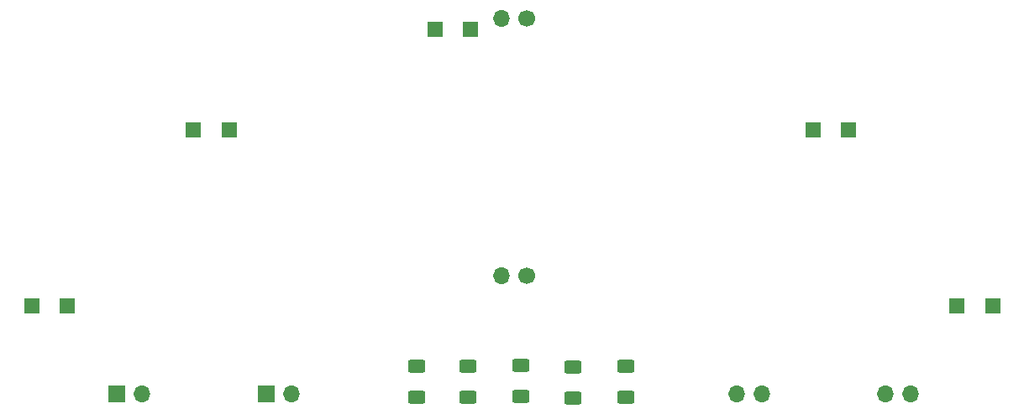
<source format=gbs>
%TF.GenerationSoftware,KiCad,Pcbnew,(6.0.4-0)*%
%TF.CreationDate,2022-04-25T17:13:00-04:00*%
%TF.ProjectId,sky_base,736b795f-6261-4736-952e-6b696361645f,rev?*%
%TF.SameCoordinates,Original*%
%TF.FileFunction,Soldermask,Bot*%
%TF.FilePolarity,Negative*%
%FSLAX46Y46*%
G04 Gerber Fmt 4.6, Leading zero omitted, Abs format (unit mm)*
G04 Created by KiCad (PCBNEW (6.0.4-0)) date 2022-04-25 17:13:00*
%MOMM*%
%LPD*%
G01*
G04 APERTURE LIST*
G04 Aperture macros list*
%AMRoundRect*
0 Rectangle with rounded corners*
0 $1 Rounding radius*
0 $2 $3 $4 $5 $6 $7 $8 $9 X,Y pos of 4 corners*
0 Add a 4 corners polygon primitive as box body*
4,1,4,$2,$3,$4,$5,$6,$7,$8,$9,$2,$3,0*
0 Add four circle primitives for the rounded corners*
1,1,$1+$1,$2,$3*
1,1,$1+$1,$4,$5*
1,1,$1+$1,$6,$7*
1,1,$1+$1,$8,$9*
0 Add four rect primitives between the rounded corners*
20,1,$1+$1,$2,$3,$4,$5,0*
20,1,$1+$1,$4,$5,$6,$7,0*
20,1,$1+$1,$6,$7,$8,$9,0*
20,1,$1+$1,$8,$9,$2,$3,0*%
G04 Aperture macros list end*
%ADD10R,1.700000X1.700000*%
%ADD11O,1.700000X1.700000*%
%ADD12C,1.700000*%
%ADD13R,1.500000X1.600000*%
%ADD14RoundRect,0.250000X-0.625000X0.400000X-0.625000X-0.400000X0.625000X-0.400000X0.625000X0.400000X0*%
G04 APERTURE END LIST*
D10*
%TO.C,J1*%
X109140692Y-115642067D03*
D11*
X111680692Y-115642067D03*
X147870692Y-77642067D03*
D12*
X150410692Y-77642067D03*
D11*
X186600692Y-115642067D03*
X189140692Y-115642067D03*
%TD*%
D10*
%TO.C,J2*%
X124140692Y-115642067D03*
D11*
X126680692Y-115642067D03*
X147870692Y-103642067D03*
D12*
X150410692Y-103642067D03*
D11*
X171600692Y-115642067D03*
X174140692Y-115642067D03*
%TD*%
D13*
%TO.C,D3*%
X144780000Y-78740000D03*
X141180000Y-78740000D03*
%TD*%
%TO.C,D5*%
X182880000Y-88900000D03*
X179280000Y-88900000D03*
%TD*%
%TO.C,D4*%
X197380000Y-106680000D03*
X193780000Y-106680000D03*
%TD*%
D14*
%TO.C,R5*%
X160369148Y-112818241D03*
X160369148Y-115918241D03*
%TD*%
D13*
%TO.C,D2*%
X120440000Y-88900000D03*
X116840000Y-88900000D03*
%TD*%
D14*
%TO.C,R3*%
X149860000Y-112750000D03*
X149860000Y-115850000D03*
%TD*%
%TO.C,R1*%
X139332211Y-112803166D03*
X139332211Y-115903166D03*
%TD*%
D13*
%TO.C,D1*%
X104140000Y-106680000D03*
X100540000Y-106680000D03*
%TD*%
D14*
%TO.C,R4*%
X155114574Y-112886483D03*
X155114574Y-115986483D03*
%TD*%
%TO.C,R2*%
X144468943Y-112798693D03*
X144468943Y-115898693D03*
%TD*%
M02*

</source>
